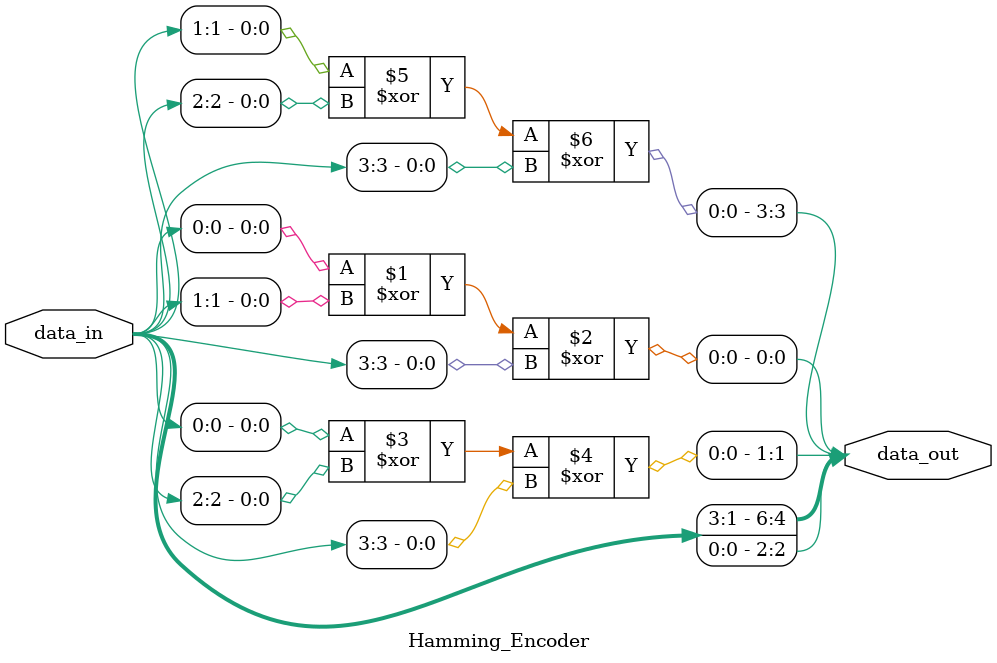
<source format=v>
module Hamming_Encoder(
    input [3:0] data_in,  // 4-bit input data
    output [6:0] data_out // 7-bit output (including 3 parity bits)
);

    // Assign parity bits and data bits to data_out
    assign data_out[0] = data_in[0] ^ data_in[1] ^ data_in[3];  // P1 = D1 ⊕ D2 ⊕ D4
    assign data_out[1] = data_in[0] ^ data_in[2] ^ data_in[3];  // P2 = D1 ⊕ D3 ⊕ D4
    assign data_out[2] = data_in[0];                            // D3
    assign data_out[3] = data_in[1] ^ data_in[2] ^ data_in[3];  // P4 = D2 ⊕ D3 ⊕ D4
    assign data_out[4] = data_in[1];                            // D5
    assign data_out[5] = data_in[2];                            // D6
    assign data_out[6] = data_in[3];                            // D7

endmodule

</source>
